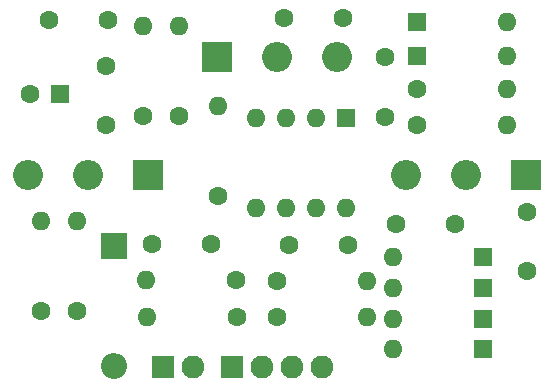
<source format=gts>
G04 #@! TF.GenerationSoftware,KiCad,Pcbnew,(5.99.0-8228-g6def20e3f7)*
G04 #@! TF.CreationDate,2021-01-08T15:13:12+02:00*
G04 #@! TF.ProjectId,wattbreaker,77617474-6272-4656-916b-65722e6b6963,rev?*
G04 #@! TF.SameCoordinates,Original*
G04 #@! TF.FileFunction,Soldermask,Top*
G04 #@! TF.FilePolarity,Negative*
%FSLAX46Y46*%
G04 Gerber Fmt 4.6, Leading zero omitted, Abs format (unit mm)*
G04 Created by KiCad (PCBNEW (5.99.0-8228-g6def20e3f7)) date 2021-01-08 15:13:12*
%MOMM*%
%LPD*%
G01*
G04 APERTURE LIST*
%ADD10R,1.600000X1.600000*%
%ADD11O,1.600000X1.600000*%
%ADD12C,1.600000*%
%ADD13R,2.540000X2.540000*%
%ADD14O,2.540000X2.540000*%
%ADD15R,2.200000X2.200000*%
%ADD16O,2.200000X2.200000*%
%ADD17R,1.930400X1.930400*%
%ADD18O,1.930400X1.930400*%
G04 APERTURE END LIST*
D10*
G04 #@! TO.C,U1*
X114800000Y-61200000D03*
D11*
X112260000Y-61200000D03*
X109720000Y-61200000D03*
X107180000Y-61200000D03*
X107180000Y-68820000D03*
X109720000Y-68820000D03*
X112260000Y-68820000D03*
X114800000Y-68820000D03*
G04 #@! TD*
D10*
G04 #@! TO.C,D5*
X126400000Y-75590000D03*
D11*
X118780000Y-75590000D03*
G04 #@! TD*
D10*
G04 #@! TO.C,C6*
X90570000Y-59120000D03*
D12*
X88070000Y-59120000D03*
G04 #@! TD*
G04 #@! TO.C,R8*
X88970000Y-77500000D03*
D11*
X88970000Y-69880000D03*
G04 #@! TD*
D13*
G04 #@! TO.C,RV3*
X103920000Y-56000000D03*
D14*
X109000000Y-56000000D03*
X114080000Y-56000000D03*
G04 #@! TD*
D15*
G04 #@! TO.C,D3*
X95210000Y-72010000D03*
D16*
X95210000Y-82170000D03*
G04 #@! TD*
D12*
G04 #@! TO.C,C2*
X94530000Y-56810000D03*
X94530000Y-61810000D03*
G04 #@! TD*
G04 #@! TO.C,R4*
X97630000Y-61020000D03*
D11*
X97630000Y-53400000D03*
G04 #@! TD*
D12*
G04 #@! TO.C,R1*
X105575000Y-78025000D03*
D11*
X97955000Y-78025000D03*
G04 #@! TD*
D10*
G04 #@! TO.C,D4*
X126400000Y-78200000D03*
D11*
X118780000Y-78200000D03*
G04 #@! TD*
D12*
G04 #@! TO.C,C8*
X124070000Y-70190000D03*
X119070000Y-70190000D03*
G04 #@! TD*
G04 #@! TO.C,R10*
X109000000Y-74970000D03*
D11*
X116620000Y-74970000D03*
G04 #@! TD*
D12*
G04 #@! TO.C,C7*
X109975000Y-71925000D03*
X114975000Y-71925000D03*
G04 #@! TD*
G04 #@! TO.C,R6*
X120830000Y-61810000D03*
D11*
X128450000Y-61810000D03*
G04 #@! TD*
D10*
G04 #@! TO.C,D2*
X120800000Y-53030000D03*
D11*
X128420000Y-53030000D03*
G04 #@! TD*
D12*
G04 #@! TO.C,R5*
X120830000Y-58750000D03*
D11*
X128450000Y-58750000D03*
G04 #@! TD*
D12*
G04 #@! TO.C,R2*
X100720000Y-61030000D03*
D11*
X100720000Y-53410000D03*
G04 #@! TD*
D12*
G04 #@! TO.C,R11*
X103990000Y-67820000D03*
D11*
X103990000Y-60200000D03*
G04 #@! TD*
D13*
G04 #@! TO.C,RV1*
X130080000Y-66000000D03*
D14*
X125000000Y-66000000D03*
X119920000Y-66000000D03*
G04 #@! TD*
D12*
G04 #@! TO.C,C3*
X94690000Y-52900000D03*
X89690000Y-52900000D03*
G04 #@! TD*
G04 #@! TO.C,C9*
X114575000Y-52750000D03*
X109575000Y-52750000D03*
G04 #@! TD*
G04 #@! TO.C,R7*
X92030000Y-77500000D03*
D11*
X92030000Y-69880000D03*
G04 #@! TD*
D12*
G04 #@! TO.C,R9*
X109000000Y-78050000D03*
D11*
X116620000Y-78050000D03*
G04 #@! TD*
D13*
G04 #@! TO.C,RV2*
X98080000Y-66000000D03*
D14*
X93000000Y-66000000D03*
X87920000Y-66000000D03*
G04 #@! TD*
D12*
G04 #@! TO.C,C5*
X130140000Y-69180000D03*
X130140000Y-74180000D03*
G04 #@! TD*
D10*
G04 #@! TO.C,D1*
X120830000Y-55930000D03*
D11*
X128450000Y-55930000D03*
G04 #@! TD*
D10*
G04 #@! TO.C,D7*
X126400000Y-73000000D03*
D11*
X118780000Y-73000000D03*
G04 #@! TD*
D10*
G04 #@! TO.C,D6*
X126400000Y-80790000D03*
D11*
X118780000Y-80790000D03*
G04 #@! TD*
D12*
G04 #@! TO.C,C4*
X118170000Y-56070000D03*
X118170000Y-61070000D03*
G04 #@! TD*
D17*
G04 #@! TO.C,J1*
X105190000Y-82250000D03*
D18*
X107730000Y-82250000D03*
X110270000Y-82250000D03*
X112810000Y-82250000D03*
G04 #@! TD*
D12*
G04 #@! TO.C,R3*
X105540000Y-74930000D03*
D11*
X97920000Y-74930000D03*
G04 #@! TD*
D12*
G04 #@! TO.C,C1*
X103400000Y-71900000D03*
X98400000Y-71900000D03*
G04 #@! TD*
D17*
G04 #@! TO.C,J2*
X99315000Y-82275000D03*
D18*
X101855000Y-82275000D03*
G04 #@! TD*
M02*

</source>
